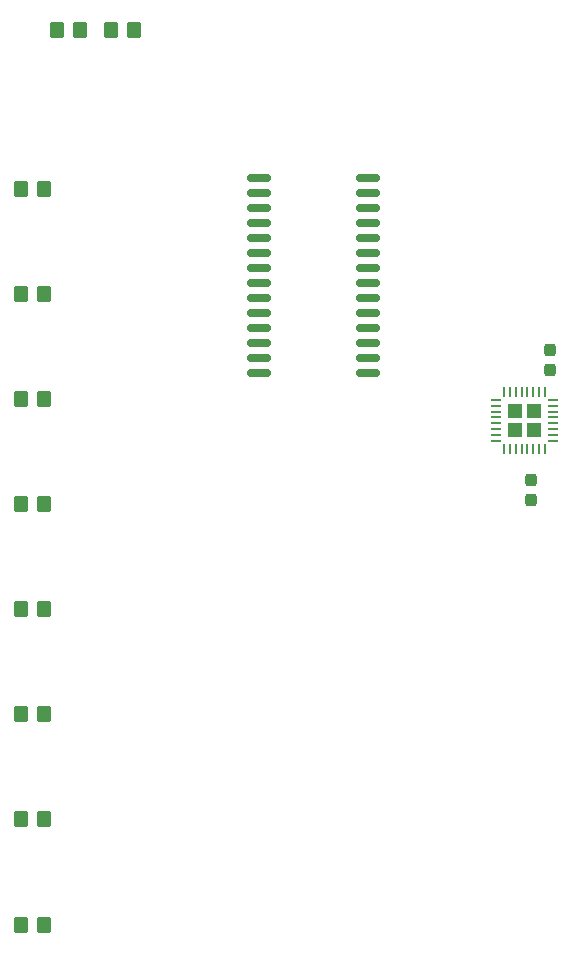
<source format=gbr>
%TF.GenerationSoftware,KiCad,Pcbnew,(6.0.4)*%
%TF.CreationDate,2022-11-01T18:45:11-05:00*%
%TF.ProjectId,RaspPi_RemoteClusterController,52617370-5069-45f5-9265-6d6f7465436c,rev?*%
%TF.SameCoordinates,Original*%
%TF.FileFunction,Paste,Top*%
%TF.FilePolarity,Positive*%
%FSLAX46Y46*%
G04 Gerber Fmt 4.6, Leading zero omitted, Abs format (unit mm)*
G04 Created by KiCad (PCBNEW (6.0.4)) date 2022-11-01 18:45:11*
%MOMM*%
%LPD*%
G01*
G04 APERTURE LIST*
G04 Aperture macros list*
%AMRoundRect*
0 Rectangle with rounded corners*
0 $1 Rounding radius*
0 $2 $3 $4 $5 $6 $7 $8 $9 X,Y pos of 4 corners*
0 Add a 4 corners polygon primitive as box body*
4,1,4,$2,$3,$4,$5,$6,$7,$8,$9,$2,$3,0*
0 Add four circle primitives for the rounded corners*
1,1,$1+$1,$2,$3*
1,1,$1+$1,$4,$5*
1,1,$1+$1,$6,$7*
1,1,$1+$1,$8,$9*
0 Add four rect primitives between the rounded corners*
20,1,$1+$1,$2,$3,$4,$5,0*
20,1,$1+$1,$4,$5,$6,$7,0*
20,1,$1+$1,$6,$7,$8,$9,0*
20,1,$1+$1,$8,$9,$2,$3,0*%
%AMFreePoly0*
4,1,14,0.340806,0.106694,0.394194,0.053306,0.412500,0.009112,0.412500,-0.062500,0.394194,-0.106694,0.350000,-0.125000,-0.350000,-0.125000,-0.394194,-0.106694,-0.412500,-0.062500,-0.412500,0.062500,-0.394194,0.106694,-0.350000,0.125000,0.296612,0.125000,0.340806,0.106694,0.340806,0.106694,$1*%
%AMFreePoly1*
4,1,14,0.394194,0.106694,0.412500,0.062500,0.412500,-0.009112,0.394194,-0.053306,0.340806,-0.106694,0.296612,-0.125000,-0.350000,-0.125000,-0.394194,-0.106694,-0.412500,-0.062500,-0.412500,0.062500,-0.394194,0.106694,-0.350000,0.125000,0.350000,0.125000,0.394194,0.106694,0.394194,0.106694,$1*%
%AMFreePoly2*
4,1,14,0.106694,0.394194,0.125000,0.350000,0.125000,-0.350000,0.106694,-0.394194,0.062500,-0.412500,-0.062500,-0.412500,-0.106694,-0.394194,-0.125000,-0.350000,-0.125000,0.296612,-0.106694,0.340806,-0.053306,0.394194,-0.009112,0.412500,0.062500,0.412500,0.106694,0.394194,0.106694,0.394194,$1*%
%AMFreePoly3*
4,1,14,0.053306,0.394194,0.106694,0.340806,0.125000,0.296612,0.125000,-0.350000,0.106694,-0.394194,0.062500,-0.412500,-0.062500,-0.412500,-0.106694,-0.394194,-0.125000,-0.350000,-0.125000,0.350000,-0.106694,0.394194,-0.062500,0.412500,0.009112,0.412500,0.053306,0.394194,0.053306,0.394194,$1*%
%AMFreePoly4*
4,1,14,0.394194,0.106694,0.412500,0.062500,0.412500,-0.062500,0.394194,-0.106694,0.350000,-0.125000,-0.296612,-0.125000,-0.340806,-0.106694,-0.394194,-0.053306,-0.412500,-0.009112,-0.412500,0.062500,-0.394194,0.106694,-0.350000,0.125000,0.350000,0.125000,0.394194,0.106694,0.394194,0.106694,$1*%
%AMFreePoly5*
4,1,14,0.394194,0.106694,0.412500,0.062500,0.412500,-0.062500,0.394194,-0.106694,0.350000,-0.125000,-0.350000,-0.125000,-0.394194,-0.106694,-0.412500,-0.062500,-0.412500,0.009112,-0.394194,0.053306,-0.340806,0.106694,-0.296612,0.125000,0.350000,0.125000,0.394194,0.106694,0.394194,0.106694,$1*%
%AMFreePoly6*
4,1,14,0.106694,0.394194,0.125000,0.350000,0.125000,-0.296612,0.106694,-0.340806,0.053306,-0.394194,0.009112,-0.412500,-0.062500,-0.412500,-0.106694,-0.394194,-0.125000,-0.350000,-0.125000,0.350000,-0.106694,0.394194,-0.062500,0.412500,0.062500,0.412500,0.106694,0.394194,0.106694,0.394194,$1*%
%AMFreePoly7*
4,1,14,0.106694,0.394194,0.125000,0.350000,0.125000,-0.350000,0.106694,-0.394194,0.062500,-0.412500,-0.009112,-0.412500,-0.053306,-0.394194,-0.106694,-0.340806,-0.125000,-0.296612,-0.125000,0.350000,-0.106694,0.394194,-0.062500,0.412500,0.062500,0.412500,0.106694,0.394194,0.106694,0.394194,$1*%
G04 Aperture macros list end*
%ADD10RoundRect,0.250000X0.350000X0.450000X-0.350000X0.450000X-0.350000X-0.450000X0.350000X-0.450000X0*%
%ADD11RoundRect,0.237500X0.237500X-0.300000X0.237500X0.300000X-0.237500X0.300000X-0.237500X-0.300000X0*%
%ADD12RoundRect,0.250000X-0.350000X-0.450000X0.350000X-0.450000X0.350000X0.450000X-0.350000X0.450000X0*%
%ADD13RoundRect,0.250000X-0.375000X0.375000X-0.375000X-0.375000X0.375000X-0.375000X0.375000X0.375000X0*%
%ADD14FreePoly0,270.000000*%
%ADD15RoundRect,0.062500X-0.062500X0.350000X-0.062500X-0.350000X0.062500X-0.350000X0.062500X0.350000X0*%
%ADD16FreePoly1,270.000000*%
%ADD17FreePoly2,270.000000*%
%ADD18RoundRect,0.062500X-0.350000X0.062500X-0.350000X-0.062500X0.350000X-0.062500X0.350000X0.062500X0*%
%ADD19FreePoly3,270.000000*%
%ADD20FreePoly4,270.000000*%
%ADD21FreePoly5,270.000000*%
%ADD22FreePoly6,270.000000*%
%ADD23FreePoly7,270.000000*%
%ADD24RoundRect,0.237500X-0.237500X0.300000X-0.237500X-0.300000X0.237500X-0.300000X0.237500X0.300000X0*%
%ADD25RoundRect,0.150000X0.875000X0.150000X-0.875000X0.150000X-0.875000X-0.150000X0.875000X-0.150000X0*%
G04 APERTURE END LIST*
D10*
%TO.C,R1*%
X137144000Y-58420000D03*
X135144000Y-58420000D03*
%TD*%
D11*
%TO.C,C4*%
X172310000Y-87202500D03*
X172310000Y-85477500D03*
%TD*%
D12*
%TO.C,R2*%
X130572000Y-58420000D03*
X132572000Y-58420000D03*
%TD*%
D10*
%TO.C,R8*%
X129524000Y-89662000D03*
X127524000Y-89662000D03*
%TD*%
%TO.C,R5*%
X129524000Y-116337000D03*
X127524000Y-116337000D03*
%TD*%
%TO.C,R6*%
X129524000Y-107442000D03*
X127524000Y-107442000D03*
%TD*%
%TO.C,R3*%
X129524000Y-134158000D03*
X127524000Y-134158000D03*
%TD*%
D13*
%TO.C,U4*%
X170955000Y-92215000D03*
X170955000Y-90665000D03*
X169405000Y-92215000D03*
X169405000Y-90665000D03*
D14*
X171930000Y-89002500D03*
D15*
X171430000Y-89002500D03*
X170930000Y-89002500D03*
X170430000Y-89002500D03*
X169930000Y-89002500D03*
X169430000Y-89002500D03*
X168930000Y-89002500D03*
D16*
X168430000Y-89002500D03*
D17*
X167742500Y-89690000D03*
D18*
X167742500Y-90190000D03*
X167742500Y-90690000D03*
X167742500Y-91190000D03*
X167742500Y-91690000D03*
X167742500Y-92190000D03*
X167742500Y-92690000D03*
D19*
X167742500Y-93190000D03*
D20*
X168430000Y-93877500D03*
D15*
X168930000Y-93877500D03*
X169430000Y-93877500D03*
X169930000Y-93877500D03*
X170430000Y-93877500D03*
X170930000Y-93877500D03*
X171430000Y-93877500D03*
D21*
X171930000Y-93877500D03*
D22*
X172617500Y-93190000D03*
D18*
X172617500Y-92690000D03*
X172617500Y-92190000D03*
X172617500Y-91690000D03*
X172617500Y-91190000D03*
X172617500Y-90690000D03*
X172617500Y-90190000D03*
D23*
X172617500Y-89690000D03*
%TD*%
D24*
%TO.C,C5*%
X170710000Y-96470000D03*
X170710000Y-98195000D03*
%TD*%
D10*
%TO.C,R10*%
X129524000Y-71882000D03*
X127524000Y-71882000D03*
%TD*%
%TO.C,R9*%
X129524000Y-80772000D03*
X127524000Y-80772000D03*
%TD*%
%TO.C,R4*%
X129524000Y-125222000D03*
X127524000Y-125222000D03*
%TD*%
D25*
%TO.C,U3*%
X156970000Y-87405000D03*
X156970000Y-86135000D03*
X156970000Y-84865000D03*
X156970000Y-83595000D03*
X156970000Y-82325000D03*
X156970000Y-81055000D03*
X156970000Y-79785000D03*
X156970000Y-78515000D03*
X156970000Y-77245000D03*
X156970000Y-75975000D03*
X156970000Y-74705000D03*
X156970000Y-73435000D03*
X156970000Y-72165000D03*
X156970000Y-70895000D03*
X147670000Y-70895000D03*
X147670000Y-72165000D03*
X147670000Y-73435000D03*
X147670000Y-74705000D03*
X147670000Y-75975000D03*
X147670000Y-77245000D03*
X147670000Y-78515000D03*
X147670000Y-79785000D03*
X147670000Y-81055000D03*
X147670000Y-82325000D03*
X147670000Y-83595000D03*
X147670000Y-84865000D03*
X147670000Y-86135000D03*
X147670000Y-87405000D03*
%TD*%
D10*
%TO.C,R7*%
X129524000Y-98552000D03*
X127524000Y-98552000D03*
%TD*%
M02*

</source>
